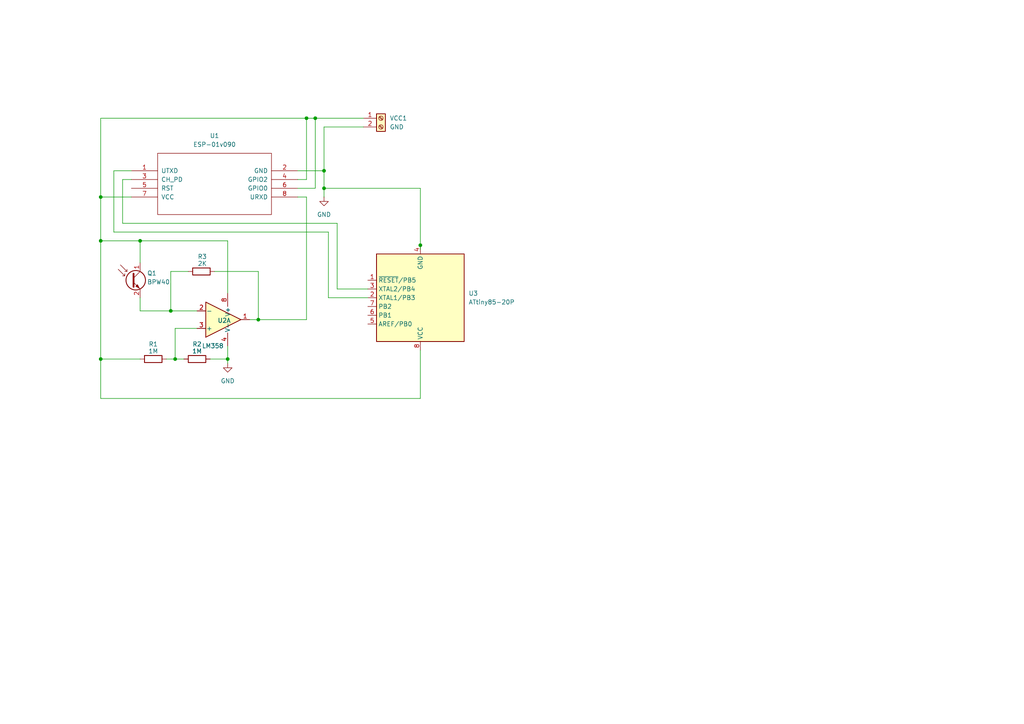
<source format=kicad_sch>
(kicad_sch (version 20231120) (generator "eeschema") (generator_version "8.0")
  (paper "A4")
  (title_block (title "ESP Smartmeter Node") (date "2024-06-28") (rev "v1.0"))
  (lib_symbols
    (symbol "Amplifier_Operational:LM358" (pin_names (offset 0.127))
      (property "Reference" "U" (at 0 5.08 0))
      (property "Value" "LM358" (at 0 -5.08 0))
      (symbol "LM358_1_1"
        (polyline (pts (xy -5.08 5.08) (xy 5.08 0) (xy -5.08 -5.08) (xy -5.08 5.08)) (stroke (width 0.254)) (fill (type background)))
        (pin output line (at 7.62 0 180) (length 2.54) (name "~") (number "1"))
        (pin input line (at -7.62 -2.54 0) (length 2.54) (name "-") (number "2"))
        (pin input line (at -7.62 2.54 0) (length 2.54) (name "+") (number "3"))
      )
      (symbol "LM358_2_1"
        (polyline (pts (xy -5.08 5.08) (xy 5.08 0) (xy -5.08 -5.08) (xy -5.08 5.08)) (stroke (width 0.254)) (fill (type background)))
        (pin input line (at -7.62 2.54 0) (length 2.54) (name "+") (number "5"))
        (pin input line (at -7.62 -2.54 0) (length 2.54) (name "-") (number "6"))
        (pin output line (at 7.62 0 180) (length 2.54) (name "~") (number "7"))
      )
      (symbol "LM358_3_1"
        (pin power_in line (at -2.54 -7.62 90) (length 3.81) (name "V-") (number "4"))
        (pin power_in line (at -2.54 7.62 270) (length 3.81) (name "V+") (number "8"))
      )
    )
    (symbol "Connector:Screw_Terminal_01x02" (pin_names (offset 1.016) hide)
      (property "Reference" "J" (at 0 2.54 0))
      (property "Value" "Screw_Terminal_01x02" (at 0 -5.08 0))
      (symbol "Screw_Terminal_01x02_1_1"
        (rectangle (start -1.27 1.27) (end 1.27 -3.81) (stroke (width 0.254)) (fill (type background)))
        (circle (center 0 -2.54) (radius 0.635) (stroke (width 0.1524)))
        (polyline (pts (xy -0.5334 -2.2098) (xy 0.3302 -3.048)) (stroke (width 0.1524)))
        (polyline (pts (xy -0.5334 0.3302) (xy 0.3302 -0.508)) (stroke (width 0.1524)))
        (polyline (pts (xy -0.3556 -2.032) (xy 0.508 -2.8702)) (stroke (width 0.1524)))
        (polyline (pts (xy -0.3556 0.508) (xy 0.508 -0.3302)) (stroke (width 0.1524)))
        (circle (center 0 0) (radius 0.635) (stroke (width 0.1524)))
        (pin passive line (at -5.08 0 0) (length 3.81) (name "Pin_1") (number "1"))
        (pin passive line (at -5.08 -2.54 0) (length 3.81) (name "Pin_2") (number "2"))
      )
    )
    (symbol "Device:R" (pin_numbers hide) (pin_names (offset 0))
      (property "Reference" "R" (at 2.032 0 90))
      (property "Value" "R" (at 0 0 90))
      (symbol "R_0_1"
        (rectangle (start -1.016 -2.54) (end 1.016 2.54) (stroke (width 0.254)))
      )
      (symbol "R_1_1"
        (pin passive line (at 0 3.81 270) (length 1.27) (name "~") (number "1"))
        (pin passive line (at 0 -3.81 90) (length 1.27) (name "~") (number "2"))
      )
    )
    (symbol "ESP8266:ESP-01v090" (pin_names (offset 1.016))
      (property "Reference" "U" (at 0 -2.54 0))
      (property "Value" "ESP-01v090" (at 0 2.54 0))
      (symbol "ESP-01v090_1_0"
        (rectangle (start -16.51 -8.89) (end 16.51 8.89))
      )
      (symbol "ESP-01v090_1_1"
        (pin output line (at -24.13 3.81 0) (length 7.62) (name "UTXD") (number "1"))
        (pin power_in line (at 24.13 3.81 180) (length 7.62) (name "GND") (number "2"))
        (pin input line (at -24.13 1.27 0) (length 7.62) (name "CH_PD") (number "3"))
        (pin tri_state line (at 24.13 1.27 180) (length 7.62) (name "GPIO2") (number "4"))
        (pin input line (at -24.13 -1.27 0) (length 7.62) (name "RST") (number "5"))
        (pin tri_state line (at 24.13 -1.27 180) (length 7.62) (name "GPIO0") (number "6"))
        (pin power_in line (at -24.13 -3.81 0) (length 7.62) (name "VCC") (number "7"))
        (pin input line (at 24.13 -3.81 180) (length 7.62) (name "URXD") (number "8"))
      )
    )
    (symbol "MCU_Microchip_ATtiny:ATtiny85-20P"
      (property "Reference" "U" (at -12.7 13.97 0))
      (property "Value" "ATtiny85-20P" (at 2.54 -13.97 0))
      (symbol "ATtiny85-20P_0_1"
        (rectangle (start -12.7 -12.7) (end 12.7 12.7) (stroke (width 0.254)) (fill (type background)))
      )
      (symbol "ATtiny85-20P_1_1"
        (pin bidirectional line (at 15.24 -5.08 180) (length 2.54) (name "~{RESET}/PB5") (number "1"))
        (pin bidirectional line (at 15.24 0 180) (length 2.54) (name "XTAL1/PB3") (number "2"))
        (pin bidirectional line (at 15.24 -2.54 180) (length 2.54) (name "XTAL2/PB4") (number "3"))
        (pin power_in line (at 0 -15.24 90) (length 2.54) (name "GND") (number "4"))
        (pin bidirectional line (at 15.24 7.62 180) (length 2.54) (name "AREF/PB0") (number "5"))
        (pin bidirectional line (at 15.24 5.08 180) (length 2.54) (name "PB1") (number "6"))
        (pin bidirectional line (at 15.24 2.54 180) (length 2.54) (name "PB2") (number "7"))
        (pin power_in line (at 0 15.24 270) (length 2.54) (name "VCC") (number "8"))
      )
    )
    (symbol "Sensor_Optical:BPW40" (pin_names (offset 0) hide)
      (property "Reference" "Q" (at 5.08 1.27 0))
      (property "Value" "BPW40" (at 5.08 -1.27 0))
      (symbol "BPW40_0_1"
        (polyline (pts (xy -1.905 1.27) (xy -2.54 1.27)))
        (polyline (pts (xy -1.27 2.54) (xy -1.905 2.54)))
        (polyline (pts (xy 0.635 0.635) (xy 2.54 2.54)))
        (polyline (pts (xy -3.81 3.175) (xy -1.905 1.27) (xy -1.905 1.905)))
        (polyline (pts (xy -3.175 4.445) (xy -1.27 2.54) (xy -1.27 3.175)))
        (polyline (pts (xy 0.635 -0.635) (xy 2.54 -2.54) (xy 2.54 -2.54)))
        (polyline (pts (xy 0.635 1.905) (xy 0.635 -1.905) (xy 0.635 -1.905)) (stroke (width 0.508)))
        (polyline (pts (xy 1.27 -1.778) (xy 1.778 -1.27) (xy 2.286 -2.286) (xy 1.27 -1.778) (xy 1.27 -1.778)) (fill (type outline)))
        (circle (center 1.27 0) (radius 2.8194) (stroke (width 0.254)))
      )
      (symbol "BPW40_1_1"
        (pin passive line (at 2.54 5.08 270) (length 2.54) (name "C") (number "1"))
        (pin passive line (at 2.54 -5.08 90) (length 2.54) (name "E") (number "2"))
      )
    )
    (symbol "power:GND" (power) (pin_numbers hide) (pin_names (offset 0) hide)
      (property "Value" "GND" (at 0 -3.81 0))
      (symbol "GND_0_1"
        (polyline (pts (xy 0 0) (xy 0 -1.27) (xy 1.27 -1.27) (xy 0 -2.54) (xy -1.27 -1.27) (xy 0 -1.27)))
      )
      (symbol "GND_1_1"
        (pin power_in line (at 0 0 270) (length 0) (name "~") (number "1"))
      )
    )
  )
  (junction (at 66.04 104.14))
  (junction (at 40.64 69.85))
  (junction (at 49.53 90.17))
  (junction (at 121.92 71.12))
  (junction (at 91.44 34.29))
  (junction (at 29.21 104.14))
  (junction (at 29.21 69.85))
  (junction (at 93.98 49.53))
  (junction (at 88.9 34.29))
  (junction (at 93.98 54.61))
  (junction (at 50.8 104.14))
  (junction (at 29.21 57.15))
  (junction (at 74.93 92.71))
  (wire (pts (xy 106.68 86.36) (xy 95.25 86.36)))
  (wire (pts (xy 86.36 52.07) (xy 88.9 52.07)))
  (wire (pts (xy 60.96 104.14) (xy 66.04 104.14)))
  (wire (pts (xy 97.79 83.82) (xy 97.79 64.77)))
  (wire (pts (xy 121.92 54.61) (xy 93.98 54.61)))
  (wire (pts (xy 35.56 64.77) (xy 35.56 52.07)))
  (wire (pts (xy 93.98 54.61) (xy 93.98 57.15)))
  (wire (pts (xy 40.64 90.17) (xy 49.53 90.17)))
  (wire (pts (xy 62.23 78.74) (xy 74.93 78.74)))
  (wire (pts (xy 29.21 34.29) (xy 29.21 57.15)))
  (wire (pts (xy 40.64 76.2) (xy 40.64 69.85)))
  (wire (pts (xy 88.9 34.29) (xy 91.44 34.29)))
  (wire (pts (xy 29.21 34.29) (xy 88.9 34.29)))
  (wire (pts (xy 74.93 92.71) (xy 88.9 92.71)))
  (wire (pts (xy 74.93 78.74) (xy 74.93 92.71)))
  (wire (pts (xy 48.26 104.14) (xy 50.8 104.14)))
  (wire (pts (xy 66.04 85.09) (xy 66.04 69.85)))
  (wire (pts (xy 93.98 49.53) (xy 93.98 36.83)))
  (wire (pts (xy 33.02 67.31) (xy 33.02 49.53)))
  (wire (pts (xy 29.21 69.85) (xy 40.64 69.85)))
  (wire (pts (xy 66.04 100.33) (xy 66.04 104.14)))
  (wire (pts (xy 121.92 72.39) (xy 121.92 71.12)))
  (wire (pts (xy 106.68 83.82) (xy 97.79 83.82)))
  (wire (pts (xy 97.79 64.77) (xy 35.56 64.77)))
  (wire (pts (xy 29.21 57.15) (xy 38.1 57.15)))
  (wire (pts (xy 29.21 104.14) (xy 29.21 115.57)))
  (wire (pts (xy 86.36 54.61) (xy 91.44 54.61)))
  (wire (pts (xy 29.21 69.85) (xy 29.21 104.14)))
  (wire (pts (xy 95.25 86.36) (xy 95.25 67.31)))
  (wire (pts (xy 86.36 49.53) (xy 93.98 49.53)))
  (wire (pts (xy 29.21 115.57) (xy 121.92 115.57)))
  (wire (pts (xy 40.64 86.36) (xy 40.64 90.17)))
  (wire (pts (xy 57.15 90.17) (xy 49.53 90.17)))
  (wire (pts (xy 121.92 71.12) (xy 121.92 54.61)))
  (wire (pts (xy 49.53 78.74) (xy 54.61 78.74)))
  (wire (pts (xy 88.9 92.71) (xy 88.9 57.15)))
  (wire (pts (xy 88.9 57.15) (xy 86.36 57.15)))
  (wire (pts (xy 91.44 54.61) (xy 91.44 34.29)))
  (wire (pts (xy 72.39 92.71) (xy 74.93 92.71)))
  (wire (pts (xy 50.8 95.25) (xy 50.8 104.14)))
  (wire (pts (xy 49.53 90.17) (xy 49.53 78.74)))
  (wire (pts (xy 93.98 36.83) (xy 105.41 36.83)))
  (wire (pts (xy 33.02 49.53) (xy 38.1 49.53)))
  (wire (pts (xy 121.92 115.57) (xy 121.92 101.6)))
  (wire (pts (xy 88.9 52.07) (xy 88.9 34.29)))
  (wire (pts (xy 66.04 104.14) (xy 66.04 105.41)))
  (wire (pts (xy 35.56 52.07) (xy 38.1 52.07)))
  (wire (pts (xy 95.25 67.31) (xy 33.02 67.31)))
  (wire (pts (xy 40.64 69.85) (xy 66.04 69.85)))
  (wire (pts (xy 57.15 95.25) (xy 50.8 95.25)))
  (wire (pts (xy 29.21 57.15) (xy 29.21 69.85)))
  (wire (pts (xy 50.8 104.14) (xy 53.34 104.14)))
  (wire (pts (xy 93.98 49.53) (xy 93.98 54.61)))
  (wire (pts (xy 40.64 104.14) (xy 29.21 104.14)))
  (wire (pts (xy 91.44 34.29) (xy 105.41 34.29)))
  (symbol (lib_id "Amplifier_Operational:LM358") (at 64.77 92.71 0) (mirror x) (unit 1)
    (property "Reference" "U2" (at 65.024 92.964 0))
    (property "Value" "LM358" (at 61.722 100.33 0))
    (property "Footprint" "LM358:DIP8_300" (effects (hide yes)))
    (property "Datasheet" "http://www.ti.com/lit/ds/symlink/lm2904-n.pdf" (effects (hide yes)))
    (property "Description" "Low-Power, Dual Operational Amplifiers, DIP-8/SOIC-8/TO-99-8" (effects (hide yes)))
  )
  (symbol (lib_id "power:GND") (at 93.98 57.15 0) (unit 1)
    (property "Reference" "#PWR01" (effects (hide yes)))
    (property "Value" "GND" (at 93.98 62.23 0))
    (property "Description" "Power symbol creates a global label with name \"GND\" , ground" (effects (hide yes)))
  )
  (symbol (lib_id "Amplifier_Operational:LM358") (at 68.58 92.71 0) (unit 3)
    (property "Reference" "U2" (effects (hide yes)))
    (property "Value" "LM358" (effects (hide yes)))
    (property "Footprint" "LM358:DIP8_300" (effects (hide yes)))
    (property "Datasheet" "http://www.ti.com/lit/ds/symlink/lm2904-n.pdf" (effects (hide yes)))
    (property "Description" "Low-Power, Dual Operational Amplifiers, DIP-8/SOIC-8/TO-99-8" (effects (hide yes)))
  )
  (symbol (lib_id "Device:R") (at 57.15 104.14 90) (unit 1)
    (property "Reference" "R2" (at 57.15 99.822 90))
    (property "Value" "1M" (at 57.15 101.854 90))
    (property "Footprint" "Resistor_THT:R_Axial_DIN0204_L3.6mm_D1.6mm_P7.62mm_Horizontal" (effects (hide yes)))
    (property "Description" "Resistor" (effects (hide yes)))
  )
  (symbol (lib_id "power:GND") (at 66.04 105.41 0) (unit 1)
    (property "Reference" "#PWR03" (effects (hide yes)))
    (property "Value" "GND" (at 66.04 110.49 0))
    (property "Description" "Power symbol creates a global label with name \"GND\" , ground" (effects (hide yes)))
  )
  (symbol (lib_id "ESP8266:ESP-01v090") (at 62.23 53.34 0) (unit 1)
    (property "Reference" "U1" (at 62.23 39.37 0))
    (property "Value" "ESP-01v090" (at 62.23 41.91 0))
    (property "Footprint" "ESP8266:ESP-01" (effects (hide yes)))
    (property "Datasheet" "http://l0l.org.uk/2014/12/esp8266-modules-hardware-guide-gotta-catch-em-all/" (effects (hide yes)))
    (property "Description" "ESP8266 ESP-01 module, v090" (effects (hide yes)))
  )
  (symbol (lib_id "Sensor_Optical:BPW40") (at 38.1 81.28 0) (unit 1)
    (property "Reference" "Q1" (at 42.672 79.248 0) (effects (justify left)))
    (property "Value" "BPW40" (at 42.672 81.788 0) (effects (justify left)))
    (property "Footprint" "LED_THT:LED_D5.0mm_Clear" (effects (hide yes)))
    (property "Datasheet" "https://www.rcscomponents.kiev.ua/datasheets/bpw40.pdf" (effects (hide yes)))
    (property "Description" "Phototransistor NPN" (effects (hide yes)))
  )
  (symbol (lib_id "MCU_Microchip_ATtiny:ATtiny85-20P") (at 121.92 86.36 180) (unit 1)
    (property "Reference" "U3" (at 135.89 85.0899 0) (effects (justify right)))
    (property "Value" "ATtiny85-20P" (at 135.89 87.6299 0) (effects (justify right)))
    (property "Footprint" "Package_DIP:DIP-8_W7.62mm" (effects (hide yes)))
    (property "Datasheet" "http://ww1.microchip.com/downloads/en/DeviceDoc/atmel-2586-avr-8-bit-microcontroller-attiny25-attiny45-attiny85_datasheet.pdf" (effects (hide yes)))
    (property "Description" "20MHz, 8kB Flash, 512B SRAM, 512B EEPROM, debugWIRE, DIP-8" (effects (hide yes)))
  )
  (symbol (lib_id "Connector:Screw_Terminal_01x02") (at 110.49 34.29 0) (unit 1)
    (property "Reference" "VCC1" (at 113.03 34.2899 0) (effects (justify left)))
    (property "Value" "GND" (at 113.03 36.8299 0) (effects (justify left)))
    (property "Footprint" "TerminalBlock:TerminalBlock_bornier-2_P5.08mm" (effects (hide yes)))
    (property "Description" "Generic screw terminal, single row, 01x02, script generated (kicad-library-utils/schlib/autogen/connector/)" (effects (hide yes)))
  )
  (symbol (lib_id "Device:R") (at 44.45 104.14 90) (unit 1)
    (property "Reference" "R1" (at 44.45 99.822 90))
    (property "Value" "1M" (at 44.45 101.854 90))
    (property "Footprint" "Resistor_THT:R_Axial_DIN0204_L3.6mm_D1.6mm_P7.62mm_Horizontal" (effects (hide yes)))
    (property "Description" "Resistor" (effects (hide yes)))
  )
  (symbol (lib_id "Device:R") (at 58.42 78.74 90) (unit 1)
    (property "Reference" "R3" (at 58.674 74.422 90))
    (property "Value" "2K" (at 58.674 76.454 90))
    (property "Footprint" "Resistor_THT:R_Axial_DIN0204_L3.6mm_D1.6mm_P7.62mm_Horizontal" (effects (hide yes)))
    (property "Description" "Resistor" (effects (hide yes)))
  )
)
</source>
